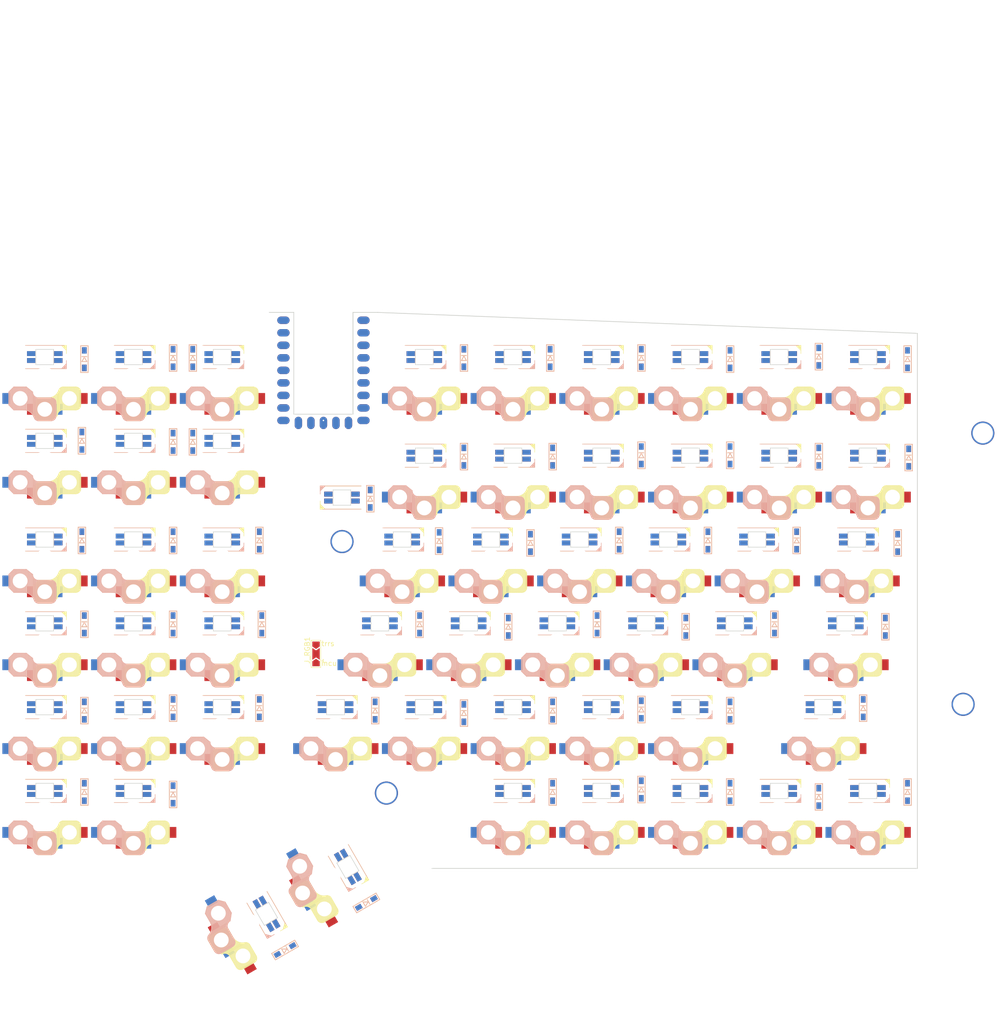
<source format=kicad_pcb>
(kicad_pcb (version 20240108) (generator "pcbnew") (generator_version "8.0")
  (layers (0 "F.Cu" signal) (31 "B.Cu" signal) (34 "B.Paste" user) (35 "F.Paste" user) (36 "B.SilkS" user "B.Silkscreen") (37 "F.SilkS" user "F.Silkscreen") (38 "B.Mask" user) (39 "F.Mask" user) (44 "Edge.Cuts" user))
  (net 0 "")
  (net 1 "Net-(D1-A)")
  (net 2 "Net-(D2-A)")
  (net 3 "Net-(D3-A)")
  (net 4 "Net-(D4-A)")
  (net 5 "Net-(D5-A)")
  (net 6 "Net-(D6-A)")
  (net 7 "Net-(D7-A)")
  (net 8 "Net-(D8-A)")
  (net 9 "Net-(D9-A)")
  (net 10 "Net-(D10-A)")
  (net 11 "Net-(D11-A)")
  (net 12 "Net-(D12-A)")
  (net 13 "Net-(D13-A)")
  (net 14 "Net-(D14-A)")
  (net 15 "Net-(D15-A)")
  (net 16 "Net-(D16-A)")
  (net 17 "Net-(D17-A)")
  (net 18 "Net-(D18-A)")
  (net 19 "Net-(D19-A)")
  (net 20 "Net-(D20-A)")
  (net 21 "Net-(D21-A)")
  (net 22 "Net-(D22-A)")
  (net 23 "Net-(D23-A)")
  (net 24 "Net-(D24-A)")
  (net 25 "Net-(D25-A)")
  (net 26 "Net-(D26-A)")
  (net 27 "Net-(D27-A)")
  (net 28 "LED")
  (net 29 "Net-(D28-A)")
  (net 30 "Net-(D29-A)")
  (net 31 "Net-(D30-A)")
  (net 32 "Net-(SW1B-DOUT)")
  (net 33 "Net-(SW2B-DOUT)")
  (net 34 "ROW0")
  (net 35 "ROW2")
  (net 36 "led_bridge")
  (net 37 "Net-(SW10B-DIN)")
  (net 38 "Net-(D31-A)")
  (net 39 "Net-(SW15B-DIN)")
  (net 40 "Net-(SW16B-DOUT)")
  (net 41 "Net-(SW10B-DOUT)")
  (net 42 "Net-(D32-A)")
  (net 43 "Net-(SW15B-DOUT)")
  (net 44 "Net-(D33-A)")
  (net 45 "Net-(D34-A)")
  (net 46 "Net-(SW22B-DOUT)")
  (net 47 "COL4")
  (net 48 "ROW1")
  (net 49 "ROW3")
  (net 50 "COL5")
  (net 51 "ROW4")
  (net 52 "COL2")
  (net 53 "COL3")
  (net 54 "COL0")
  (net 55 "COL6")
  (net 56 "COL1")
  (net 57 "Net-(SW36B-DIN)")
  (net 58 "LED_start")
  (net 59 "ROW6")
  (net 60 "LED_slave")
  (net 61 "COL7")
  (net 62 "COL8")
  (net 63 "Net-(D35-A)")
  (net 64 "Net-(D36-A)")
  (net 65 "Net-(D37-A)")
  (net 66 "Net-(D40-A)")
  (net 67 "Net-(D41-A)")
  (net 68 "Net-(D42-A)")
  (net 69 "Net-(D43-A)")
  (net 70 "Net-(SW1B-DIN)")
  (net 71 "Net-(SW22B-DIN)")
  (net 72 "Net-(SW36B-DOUT)")
  (net 73 "Net-(SW2B-DIN)")
  (net 74 "Net-(SW11B-DOUT)")
  (net 75 "Net-(SW13B-DOUT)")
  (net 76 "Net-(SW12B-DOUT)")
  (net 77 "Net-(SW14B-DOUT)")
  (net 78 "Net-(SW16B-DIN)")
  (net 79 "Net-(SW18B-DIN)")
  (net 80 "Net-(SW20B-DIN)")
  (net 81 "Net-(SW24B-DOUT)")
  (net 82 "Net-(SW26B-DOUT)")
  (net 83 "Net-(SW28B-DOUT)")
  (net 84 "ROW5")
  (net 85 "Net-(D38-A)")
  (net 86 "Net-(D39-A)")
  (net 87 "Net-(D44-A)")
  (net 88 "Net-(D45-A)")
  (net 89 "Net-(D46-A)")
  (net 90 "Net-(D47-A)")
  (net 91 "Net-(D49-A)")
  (net 92 "Net-(D50-A)")
  (net 93 "Net-(D51-A)")
  (net 94 "Net-(D52-A)")
  (net 95 "Net-(D53-A)")
  (net 96 "Net-(D54-A)")
  (net 97 "Net-(SW3B-DIN)")
  (net 98 "Net-(SW4B-DIN)")
  (net 99 "Net-(SW5B-DIN)")
  (net 100 "Net-(SW6B-DIN)")
  (net 101 "Net-(SW54B-DOUT)")
  (net 102 "Net-(SW17B-DIN)")
  (net 103 "Net-(SW19B-DIN)")
  (net 104 "Net-(SW23B-DOUT)")
  (net 105 "Net-(SW25B-DOUT)")
  (net 106 "Net-(SW27B-DOUT)")
  (net 107 "Net-(SW29B-DIN)")
  (net 108 "Net-(SW30B-DIN)")
  (net 109 "Net-(SW31B-DIN)")
  (net 110 "Net-(SW32B-DIN)")
  (net 111 "Net-(SW33B-DIN)")
  (net 112 "Net-(SW35B-DOUT)")
  (net 113 "Net-(SW37B-DOUT)")
  (net 114 "Net-(SW38B-DOUT)")
  (net 115 "Net-(SW38B-DIN)")
  (net 116 "Net-(SW39B-DOUT)")
  (net 117 "Net-(SW41B-DOUT)")
  (net 118 "Net-(SW43B-DOUT)")
  (net 119 "Net-(SW44B-DIN)")
  (net 120 "Net-(SW46B-DOUT)")
  (net 121 "Net-(SW49B-DOUT)")
  (net 122 "Net-(SW50B-DOUT)")
  (net 123 "Net-(SW51B-DOUT)")
  (net 124 "Net-(SW52B-DOUT)")
  (net 125 "Net-(SW53B-DOUT)")
  (net 126 "GND")
  (net 127 "Net-(D48-K)")
  (net 128 "VDD")
  (net 129 "Net-(D55-DOUT)")
  (net 130 "RX")
  (net 133 "TX")
  (net 134 "Net-(D56-A)")
  (footprint "SofleChoc:crkbd-diode" (layer "F.Cu") (at 78.83912 44.60264 -90)
    (property "Reference" "D1" (hide yes))
    (property "Value" "D" (hide yes))
  )
  (footprint "SofleChoc:crkbd-diode" (layer "F.Cu") (at 133.83912 47.60264 -90)
    (property "Reference" "D2" (hide yes))
    (property "Value" "D" (hide yes))
  )
  (footprint "SofleChoc:crkbd-diode" (layer "F.Cu") (at 151.83912 47.60264 -90)
    (property "Reference" "D3" (hide yes))
    (property "Value" "D" (hide yes))
  )
  (footprint "SofleChoc:crkbd-diode" (layer "F.Cu") (at 169.83912 47.32764 -90)
    (property "Reference" "D4" (hide yes))
    (property "Value" "D" (hide yes))
  )
  (footprint "SofleChoc:crkbd-diode" (layer "F.Cu") (at 187.83912 47.32764 -90)
    (property "Reference" "D5" (hide yes))
    (property "Value" "D" (hide yes))
  )
  (footprint "SofleChoc:crkbd-diode" (layer "F.Cu") (at 205.83912 47.60264 -90)
    (property "Reference" "D6" (hide yes))
    (property "Value" "D" (hide yes))
  )
  (footprint "SofleChoc:crkbd-diode" (layer "F.Cu") (at 92.83912 81.60264 -90)
    (property "Reference" "D15" (hide yes))
    (property "Value" "D" (hide yes))
  )
  (footprint "SofleChoc:crkbd-diode" (layer "F.Cu") (at 97.55412 147.65764 -150)
    (property "Reference" "D22" (hide yes))
    (property "Value" "D" (hide yes))
  )
  (footprint "SofleChoc:crkbd-diode" (layer "F.Cu") (at 114.04412 138.11764 -150)
    (property "Reference" "D29" (hide yes))
    (property "Value" "D" (hide yes))
  )
  (footprint "SofleChoc:crkbd-diode" (layer "F.Cu") (at 151.83912 115.60264 -90)
    (property "Reference" "D30" (hide yes))
    (property "Value" "D" (hide yes))
  )
  (footprint "SofleChoc:Choc_Hotswap_SK6812MiniE" (layer "F.Cu") (at 84.7991 49.1026 180)
    (property "Reference" "SW1" (hide yes))
    (property "Value" "SW_PUSH_LED" (hide yes))
    (fp_line (start 1.8 6.249) (end 1.8 3.149) (stroke (width 0.12)) (layer "Edge.Cuts"))
    (fp_line (start 1.8 3.149) (end -1.8 3.149) (stroke (width 0.12)) (layer "Edge.Cuts"))
    (fp_line (start -1.8 6.249) (end 1.8 6.249) (stroke (width 0.12)) (layer "Edge.Cuts"))
    (fp_line (start -1.8 3.149) (end -1.8 6.249) (stroke (width 0.12)) (layer "Edge.Cuts"))
  )
  (footprint "SofleChoc:Choc_Hotswap_SK6812MiniE" (layer "F.Cu") (at 161.7991 52.1026 180)
    (property "Reference" "SW4" (hide yes))
    (property "Value" "SW_PUSH_LED" (hide yes))
    (fp_line (start 1.8 6.249) (end 1.8 3.149) (stroke (width 0.12)) (layer "Edge.Cuts"))
    (fp_line (start 1.8 3.149) (end -1.8 3.149) (stroke (width 0.12)) (layer "Edge.Cuts"))
    (fp_line (start -1.8 6.249) (end 1.8 6.249) (stroke (width 0.12)) (layer "Edge.Cuts"))
    (fp_line (start -1.8 3.149) (end -1.8 6.249) (stroke (width 0.12)) (layer "Edge.Cuts"))
  )
  (footprint "SofleChoc:Choc_Hotswap_SK6812MiniE" (layer "F.Cu") (at 84.7991 86.1026 180)
    (property "Reference" "SW15" (hide yes))
    (property "Value" "SW_PUSH_LED" (hide yes))
    (fp_line (start 1.8 6.249) (end 1.8 3.149) (stroke (width 0.12)) (layer "Edge.Cuts"))
    (fp_line (start 1.8 3.149) (end -1.8 3.149) (stroke (width 0.12)) (layer "Edge.Cuts"))
    (fp_line (start -1.8 6.249) (end 1.8 6.249) (stroke (width 0.12)) (layer "Edge.Cuts"))
    (fp_line (start -1.8 3.149) (end -1.8 6.249) (stroke (width 0.12)) (layer "Edge.Cuts"))
  )
  (footprint "SofleChoc:Choc_Hotswap_SK6812MiniE" (layer "F.Cu") (at 121.2991 69.1026 180)
    (property "Reference" "SW9" (hide yes))
    (property "Value" "SW_PUSH_LED" (hide yes))
    (fp_line (start 1.8 6.249) (end 1.8 3.149) (stroke (width 0.12)) (layer "Edge.Cuts"))
    (fp_line (start 1.8 3.149) (end -1.8 3.149) (stroke (width 0.12)) (layer "Edge.Cuts"))
    (fp_line (start -1.8 6.249) (end 1.8 6.249) (stroke (width 0.12)) (layer "Edge.Cuts"))
    (fp_line (start -1.8 3.149) (end -1.8 6.249) (stroke (width 0.12)) (layer "Edge.Cuts"))
  )
  (footprint "SofleChoc:Choc_Hotswap_SK6812MiniE" (layer "F.Cu") (at 106.2237 133.1476 120)
    (property "Reference" "SW29" (hide yes))
    (property "Value" "SW_PUSH_LED" (hide yes))
    (fp_line (start 1.8 3.149) (end -1.8 3.149) (stroke (width 0.12)) (layer "Edge.Cuts"))
    (fp_line (start -1.8 3.149) (end -1.8 6.249) (stroke (width 0.12)) (layer "Edge.Cuts"))
    (fp_line (start 1.8 6.249) (end 1.8 3.149) (stroke (width 0.12)) (layer "Edge.Cuts"))
    (fp_line (start -1.8 6.249) (end 1.8 6.249) (stroke (width 0.12)) (layer "Edge.Cuts"))
  )
  (footprint "SofleChoc:Choc_Hotswap_SK6812MiniE" (layer "F.Cu") (at 143.7991 103.1026 180)
    (property "Reference" "SW25" (hide yes))
    (property "Value" "SW_PUSH_LED" (hide yes))
    (fp_line (start 1.8 6.249) (end 1.8 3.149) (stroke (width 0.12)) (layer "Edge.Cuts"))
    (fp_line (start 1.8 3.149) (end -1.8 3.149) (stroke (width 0.12)) (layer "Edge.Cuts"))
    (fp_line (start -1.8 6.249) (end 1.8 6.249) (stroke (width 0.12)) (layer "Edge.Cuts"))
    (fp_line (start -1.8 3.149) (end -1.8 6.249) (stroke (width 0.12)) (layer "Edge.Cuts"))
  )
  (footprint "SofleChoc:Choc_Hotswap_SK6812MiniE" (layer "F.Cu") (at 179.7991 103.1026 180)
    (property "Reference" "SW27" (hide yes))
    (property "Value" "SW_PUSH_LED" (hide yes))
    (fp_line (start 1.8 6.249) (end 1.8 3.149) (stroke (width 0.12)) (layer "Edge.Cuts"))
    (fp_line (start 1.8 3.149) (end -1.8 3.149) (stroke (width 0.12)) (layer "Edge.Cuts"))
    (fp_line (start -1.8 6.249) (end 1.8 6.249) (stroke (width 0.12)) (layer "Edge.Cuts"))
    (fp_line (start -1.8 3.149) (end -1.8 6.249) (stroke (width 0.12)) (layer "Edge.Cuts"))
  )
  (footprint "SofleChoc:Choc_Hotswap_SK6812MiniE" (layer "F.Cu") (at 161.7991 120.1026 180)
    (property "Reference" "SW31" (hide yes))
    (property "Value" "SW_PUSH_LED" (hide yes))
    (fp_line (start 1.8 6.249) (end 1.8 3.149) (stroke (width 0.12)) (layer "Edge.Cuts"))
    (fp_line (start 1.8 3.149) (end -1.8 3.149) (stroke (width 0.12)) (layer "Edge.Cuts"))
    (fp_line (start -1.8 6.249) (end 1.8 6.249) (stroke (width 0.12)) (layer "Edge.Cuts"))
    (fp_line (start -1.8 3.149) (end -1.8 6.249) (stroke (width 0.12)) (layer "Edge.Cuts"))
  )
  (footprint "SofleChoc:Choc_Hotswap_SK6812MiniE" (layer "F.Cu") (at 193.2991 69.1026 180)
    (property "Reference" "SW13" (hide yes))
    (property "Value" "SW_PUSH_LED" (hide yes))
    (fp_line (start 1.8 6.249) (end 1.8 3.149) (stroke (width 0.12)) (layer "Edge.Cuts"))
    (fp_line (start 1.8 3.149) (end -1.8 3.149) (stroke (width 0.12)) (layer "Edge.Cuts"))
    (fp_line (start -1.8 6.249) (end 1.8 6.249) (stroke (width 0.12)) (layer "Edge.Cuts"))
    (fp_line (start -1.8 3.149) (end -1.8 6.249) (stroke (width 0.12)) (layer "Edge.Cuts"))
  )
  (footprint "SofleChoc:Choc_Hotswap_SK6812MiniE" (layer "F.Cu") (at 211.2991 86.1026 180)
    (property "Reference" "SW21" (hide yes))
    (property "Value" "SW_PUSH_LED" (hide yes))
    (fp_line (start 1.8 6.249) (end 1.8 3.149) (stroke (width 0.12)) (layer "Edge.Cuts"))
    (fp_line (start 1.8 3.149) (end -1.8 3.149) (stroke (width 0.12)) (layer "Edge.Cuts"))
    (fp_line (start -1.8 6.249) (end 1.8 6.249) (stroke (width 0.12)) (layer "Edge.Cuts"))
    (fp_line (start -1.8 3.149) (end -1.8 6.249) (stroke (width 0.12)) (layer "Edge.Cuts"))
  )
  (footprint "SofleChoc:Choc_Hotswap_SK6812MiniE" (layer "F.Cu") (at 206.7991 103.1026 180)
    (property "Reference" "SW28" (hide yes))
    (property "Value" "SW_PUSH_LED" (hide yes))
    (fp_line (start 1.8 6.249) (end 1.8 3.149) (stroke (width 0.12)) (layer "Edge.Cuts"))
    (fp_line (start 1.8 3.149) (end -1.8 3.149) (stroke (width 0.12)) (layer "Edge.Cuts"))
    (fp_line (start -1.8 6.249) (end 1.8 6.249) (stroke (width 0.12)) (layer "Edge.Cuts"))
    (fp_line (start -1.8 3.149) (end -1.8 6.249) (stroke (width 0.12)) (layer "Edge.Cuts"))
  )
  (footprint "SofleChoc:HOLE_M2_TH" (layer "F.Cu") (at 239.33912 43.10264)
    (property "Reference" "TH2" (hide yes))
    (property "Value" "HOLE" (hide yes))
  )
  (footprint "SofleChoc:crkbd-diode" (layer "F.Cu") (at 92.33912 64.60264 -90)
    (property "Reference" "D8" (hide yes))
    (property "Value" "D" (hide yes))
  )
  (footprint "SofleChoc:crkbd-diode" (layer "F.Cu") (at 128.80912 64.73264 -90)
    (property "Reference" "D9" (hide yes))
    (property "Value" "D" (hide yes))
  )
  (footprint "SofleChoc:crkbd-diode" (layer "F.Cu") (at 147.33912 65.10264 -90)
    (property "Reference" "D10" (hide yes))
    (property "Value" "D" (hide yes))
  )
  (footprint "SofleChoc:crkbd-diode" (layer "F.Cu") (at 165.33912 64.60264 -90)
    (property "Reference" "D11" (hide yes))
    (property "Value" "D" (hide yes))
  )
  (footprint "SofleChoc:crkbd-diode" (layer "F.Cu") (at 183.33912 64.60264 -90)
    (property "Reference" "D12" (hide yes))
    (property "Value" "D" (hide yes))
  )
  (footprint "SofleChoc:crkbd-diode" (layer "F.Cu") (at 201.33912 64.60264 -90)
    (property "Reference" "D13" (hide yes))
    (property "Value" "D" (hide yes))
  )
  (footprint "SofleChoc:Choc_Hotswap_SK6812MiniE" (layer "F.Cu") (at 179.7991 52.1026 180)
    (property "Reference" "SW5" (hide yes))
    (property "Value" "SW_PUSH_LED" (hide yes))
    (fp_line (start 1.8 6.249) (end 1.8 3.149) (stroke (width 0.12)) (layer "Edge.Cuts"))
    (fp_line (start 1.8 3.149) (end -1.8 3.149) (stroke (width 0.12)) (layer "Edge.Cuts"))
    (fp_line (start -1.8 6.249) (end 1.8 6.249) (stroke (width 0.12)) (layer "Edge.Cuts"))
    (fp_line (start -1.8 3.149) (end -1.8 6.249) (stroke (width 0.12)) (layer "Edge.Cuts"))
  )
  (footprint "SofleChoc:Choc_Hotswap_SK6812MiniE" (layer "F.Cu") (at 157.2991 69.1026 180)
    (property "Reference" "SW11" (hide yes))
    (property "Value" "SW_PUSH_LED" (hide yes))
    (fp_line (start 1.8 6.249) (end 1.8 3.149) (stroke (width 0.12)) (layer "Edge.Cuts"))
    (fp_line (start 1.8 3.149) (end -1.8 3.149) (stroke (width 0.12)) (layer "Edge.Cuts"))
    (fp_line (start -1.8 6.249) (end 1.8 6.249) (stroke (width 0.12)) (layer "Edge.Cuts"))
    (fp_line (start -1.8 3.149) (end -1.8 6.249) (stroke (width 0.12)) (layer "Edge.Cuts"))
  )
  (footprint "SofleChoc:Choc_Hotswap_SK6812MiniE" (layer "F.Cu") (at 139.2991 69.1026 180)
    (property "Reference" "SW10" (hide yes))
    (property "Value" "SW_PUSH_LED" (hide yes))
    (fp_line (start 1.8 6.249) (end 1.8 3.149) (stroke (width 0.12)) (layer "Edge.Cuts"))
    (fp_line (start 1.8 3.149) (end -1.8 3.149) (stroke (width 0.12)) (layer "Edge.Cuts"))
    (fp_line (start -1.8 6.249) (end 1.8 6.249) (stroke (width 0.12)) (layer "Edge.Cuts"))
    (fp_line (start -1.8 3.149) (end -1.8 6.249) (stroke (width 0.12)) (layer "Edge.Cuts"))
  )
  (footprint "SofleChoc:Choc_Hotswap_SK6812MiniE" (layer "F.Cu") (at 170.7991 86.1026 180)
    (property "Reference" "SW19" (hide yes))
    (property "Value" "SW_PUSH_LED" (hide yes))
    (fp_line (start 1.8 6.249) (end 1.8 3.149) (stroke (width 0.12)) (layer "Edge.Cuts"))
    (fp_line (start 1.8 3.149) (end -1.8 3.149) (stroke (width 0.12)) (layer "Edge.Cuts"))
    (fp_line (start -1.8 6.249) (end 1.8 6.249) (stroke (width 0.12)) (layer "Edge.Cuts"))
    (fp_line (start -1.8 3.149) (end -1.8 6.249) (stroke (width 0.12)) (layer "Edge.Cuts"))
  )
  (footprint "SofleChoc:Choc_Hotswap_SK6812MiniE" (layer "F.Cu") (at 197.7991 52.1026 180)
    (property "Reference" "SW6" (hide yes))
    (property "Value" "SW_PUSH_LED" (hide yes))
    (fp_line (start 1.8 6.249) (end 1.8 3.149) (stroke (width 0.12)) (layer "Edge.Cuts"))
    (fp_line (start 1.8 3.149) (end -1.8 3.149) (stroke (width 0.12)) (layer "Edge.Cuts"))
    (fp_line (start -1.8 6.249) (end 1.8 6.249) (stroke (width 0.12)) (layer "Edge.Cuts"))
    (fp_line (start -1.8 3.149) (end -1.8 6.249) (stroke (width 0.12)) (layer "Edge.Cuts"))
  )
  (footprint "SofleChoc:Choc_Hotswap_SK6812MiniE" (layer "F.Cu") (at 84.7991 69.1026 180)
    (property "Reference" "SW8" (hide yes))
    (property "Value" "SW_PUSH_LED" (hide yes))
    (fp_line (start 1.8 6.249) (end 1.8 3.149) (stroke (width 0.12)) (layer "Edge.Cuts"))
    (fp_line (start 1.8 3.149) (end -1.8 3.149) (stroke (width 0.12)) (layer "Edge.Cuts"))
    (fp_line (start -1.8 6.249) (end 1.8 6.249) (stroke (width 0.12)) (layer "Edge.Cuts"))
    (fp_line (start -1.8 3.149) (end -1.8 6.249) (stroke (width 0.12)) (layer "Edge.Cuts"))
  )
  (footprint "SofleChoc:Choc_Hotswap_SK6812MiniE" (layer "F.Cu") (at 215.7991 120.1026 180)
    (property "Reference" "SW34" (hide yes))
    (property "Value" "SW_PUSH_LED" (hide yes))
    (fp_line (start 1.8 6.249) (end 1.8 3.149) (stroke (width 0.12)) (layer "Edge.Cuts"))
    (fp_line (start 1.8 3.149) (end -1.8 3.149) (stroke (width 0.12)) (layer "Edge.Cuts"))
    (fp_line (start -1.8 6.249) (end 1.8 6.249) (stroke (width 0.12)) (layer "Edge.Cuts"))
    (fp_line (start -1.8 3.149) (end -1.8 6.249) (stroke (width 0.12)) (layer "Edge.Cuts"))
  )
  (footprint "SofleChoc:Choc_Hotswap_SK6812MiniE" (layer "F.Cu") (at 175.2991 69.1026 180)
    (property "Reference" "SW12" (hide yes))
    (property "Value" "SW_PUSH_LED" (hide yes))
    (fp_line (start 1.8 6.249) (end 1.8 3.149) (stroke (width 0.12)) (layer "Edge.Cuts"))
    (fp_line (start 1.8 3.149) (end -1.8 3.149) (stroke (width 0.12)) (layer "Edge.Cuts"))
    (fp_line (start -1.8 6.249) (end 1.8 6.249) (stroke (width 0.12)) (layer "Edge.Cuts"))
    (fp_line (start -1.8 3.149) (end -1.8 6.249) (stroke (width 0.12)) (layer "Edge.Cuts"))
  )
  (footprint "SofleChoc:Choc_Hotswap_SK6812MiniE" (layer "F.Cu") (at 161.7991 103.1026 180)
    (property "Reference" "SW26" (hide yes))
    (property "Value" "SW_PUSH_LED" (hide yes))
    (fp_line (start 1.8 6.249) (end 1.8 3.149) (stroke (width 0.12)) (layer "Edge.Cuts"))
    (fp_line (start 1.8 3.149) (end -1.8 3.149) (stroke (width 0.12)) (layer "Edge.Cuts"))
    (fp_line (start -1.8 6.249) (end 1.8 6.249) (stroke (width 0.12)) (layer "Edge.Cuts"))
    (fp_line (start -1.8 3.149) (end -1.8 6.249) (stroke (width 0.12)) (layer "Edge.Cuts"))
  )
  (footprint "SofleChoc:Choc_Hotswap_SK6812MiniE" (layer "F.Cu") (at 197.7991 120.1026 180)
    (property "Reference" "SW33" (hide yes))
    (property "Value" "SW_PUSH_LED" (hide yes))
    (fp_line (start 1.8 6.249) (end 1.8 3.149) (stroke (width 0.12)) (layer "Edge.Cuts"))
    (fp_line (start 1.8 3.149) (end -1.8 3.149) (stroke (width 0.12)) (layer "Edge.Cuts"))
    (fp_line (start -1.8 6.249) (end 1.8 6.249) (stroke (width 0.12)) (layer "Edge.Cuts"))
    (fp_line (start -1.8 3.149) (end -1.8 6.249) (stroke (width 0.12)) (layer "Edge.Cuts"))
  )
  (footprint "SofleChoc:Choc_Hotswap_SK6812MiniE" (layer "F.Cu") (at 152.7991 86.1026 180)
    (property "Reference" "SW18" (hide yes))
    (property "Value" "SW_PUSH_LED" (hide yes))
    (fp_line (start 1.8 6.249) (end 1.8 3.149) (stroke (width 0.12)) (layer "Edge.Cuts"))
    (fp_line (start 1.8 3.149) (end -1.8 3.149) (stroke (width 0.12)) (layer "Edge.Cuts"))
    (fp_line (start -1.8 6.249) (end 1.8 6.249) (stroke (width 0.12)) (layer "Edge.Cuts"))
    (fp_line (start -1.8 3.149) (end -1.8 6.249) (stroke (width 0.12)) (layer "Edge.Cuts"))
  )
  (footprint "SofleChoc:Choc_Hotswap_SK6812MiniE" (layer "F.Cu") (at 143.7991 52.1026 180)
    (property "Reference" "SW3" (hide yes))
    (property "Value" "SW_PUSH_LED" (hide yes))
    (fp_line (start 1.8 6.249) (end 1.8 3.149) (stroke (width 0.12)) (layer "Edge.Cuts"))
    (fp_line (start 1.8 3.149) (end -1.8 3.149) (stroke (width 0.12)) (layer "Edge.Cuts"))
    (fp_line (start -1.8 6.249) (end 1.8 6.249) (stroke (width 0.12)) (layer "Edge.Cuts"))
    (fp_line (start -1.8 3.149) (end -1.8 6.249) (stroke (width 0.12)) (layer "Edge.Cuts"))
  )
  (footprint "SofleChoc:crkbd-diode" (layer "F.Cu") (at 169.83912 115.10264 -90)
    (property "Reference" "D31" (hide yes))
    (property "Value" "D" (hide yes))
  )
  (footprint "SofleChoc:Choc_Hotswap_SK6812MiniE" (layer "F.Cu") (at 116.7991 86.1026 180)
    (property "Reference" "SW16" (hide yes))
    (property "Value" "SW_PUSH_LED" (hide yes))
    (fp_line (start 1.8 6.249) (end 1.8 3.149) (stroke (width 0.12)) (layer "Edge.Cuts"))
    (fp_line (start 1.8 3.149) (end -1.8 3.149) (stroke (width 0.12)) (layer "Edge.Cuts"))
    (fp_line (start -1.8 6.249) (end 1.8 6.249) (stroke (width 0.12)) (layer "Edge.Cuts"))
    (fp_line (start -1.8 3.149) (end -1.8 6.249) (stroke (width 0.12)) (layer "Edge.Cuts"))
  )
  (footprint "SofleChoc:HOLE_M2_TH" (layer "F.Cu") (at 235.33912 98.10264)
    (property "Reference" "TH4" (hide yes))
    (property "Value" "HOLE" (hide yes))
  )
  (footprint "SofleChoc:crkbd-diode" (layer "F.Cu") (at 142.83912 82.10264 -90)
    (property "Reference" "D17" (hide yes))
    (property "Value" "D" (hide yes))
  )
  (footprint "SofleChoc:crkbd-diode" (layer "F.Cu") (at 160.83912 81.60264 -90)
    (property "Reference" "D18" (hide yes))
    (property "Value" "D" (hide yes))
  )
  (footprint "SofleChoc:crkbd-diode" (layer "F.Cu") (at 178.83912 82.10264 -90)
    (property "Reference" "D19" (hide yes))
    (property "Value" "D" (hide yes))
  )
  (footprint "SofleChoc:crkbd-diode" (layer "F.Cu") (at 196.83912 81.60264 -90)
    (property "Reference" "D20" (hide yes))
    (property "Value" "D" (hide yes))
  )
  (footprint "SofleChoc:crkbd-diode" (layer "F.Cu") (at 187.83912 115.60264 -90)
    (property "Reference" "D32" (hide yes))
    (property "Value" "D" (hide yes))
  )
  (footprint "SofleChoc:crkbd-diode" (layer "F.Cu") (at 205.83912 116.60264 -90)
    (property "Reference" "D33" (hide yes))
    (property "Value" "D" (hide yes))
  )
  (footprint "SofleChoc:crkbd-diode" (layer "F.Cu") (at 187.83912 99.10264 -90)
    (property "Reference" "D27" (hide yes))
    (property "Value" "D" (hide yes))
  )
  (footprint "SofleChoc:crkbd-diode" (layer "F.Cu") (at 115.83912 99.10264 -90)
    (property "Reference" "D23" (hide yes))
    (property "Value" "D" (hide yes))
  )
  (footprint "SofleChoc:crkbd-diode" (layer "F.Cu") (at 133.83912 99.60264 -90)
    (property "Reference" "D24" (hide yes))
    (property "Value" "D" (hide yes))
  )
  (footprint "SofleChoc:crkbd-diode" (layer "F.Cu") (at 151.83912 99.10264 -90)
    (property "Reference" "D25" (hide yes))
    (property "Value" "D" (hide yes))
  )
  (footprint "SofleChoc:crkbd-diode" (layer "F.Cu") (at 169.83912 98.87764 -90)
    (property "Reference" "D26" (hide yes))
    (property "Value" "D" (hide yes))
  )
  (footprint "SofleChoc:crkbd-diode" (layer "F.Cu") (at 124.83912 81.60264 -90)
    (property "Reference" "D16" (hide yes))
    (property "Value" "D" (hide yes))
  )
  (footprint "SofleChoc:crkbd-diode" (layer "F.Cu") (at 223.83912 115.60264 -90)
    (property "Reference" "D34" (hide yes))
    (property "Value" "D" (hide yes))
  )
  (footprint "SofleChoc:Choc_Hotswap_SK6812MiniE" (layer "F.Cu") (at 107.7991 103.1026 180)
    (property "Reference" "SW23" (hide yes))
    (property "Value" "SW_PUSH_LED" (hide yes))
    (fp_line (start 1.8 6.249) (end 1.8 3.149) (stroke (width 0.12)) (layer "Edge.Cuts"))
    (fp_line (start 1.8 3.149) (end -1.8 3.149) (stroke (width 0.12)) (layer "Edge.Cuts"))
    (fp_line (start -1.8 6.249) (end 1.8 6.249) (stroke (width 0.12)) (layer "Edge.Cuts"))
    (fp_line (start -1.8 3.149) (end -1.8 6.249) (stroke (width 0.12)) (layer "Edge.Cuts"))
  )
  (footprint "SofleChoc:HOLE_M2_TH" (layer "F.Cu") (at 109.33912 65.10264)
    (property "Reference" "TH1" (hide yes))
    (property "Value" "HOLE" (hide yes))
  )
  (footprint "SofleChoc:HOLE_M2_TH" (layer "F.Cu") (at 118.33912 116.10264)
    (property "Reference" "TH3" (hide yes))
    (property "Value" "HOLE" (hide yes))
  )
  (footprint "SofleChoc:crkbd-diode" (layer "F.Cu") (at 223.83912 27.82764 -90)
    (property "Reference" "D54" (hide yes))
    (property "Value" "D" (hide yes))
  )
  (footprint "SofleChoc:Choc_Hotswap_SK6812MiniE" (layer "F.Cu") (at 66.7991 86.1026 180)
    (property "Reference" "SW37" (hide yes))
    (property "Value" "SW_PUSH_LED" (hide yes))
    (fp_line (start 1.8 6.249) (end 1.8 3.149) (stroke (width 0.12)) (layer "Edge.Cuts"))
    (fp_line (start 1.8 3.149) (end -1.8 3.149) (stroke (width 0.12)) (layer "Edge.Cuts"))
    (fp_line (start -1.8 6.249) (end 1.8 6.249) (stroke (width 0.12)) (layer "Edge.Cuts"))
    (fp_line (start -1.8 3.149) (end -1.8 6.249) (stroke (width 0.12)) (layer "Edge.Cuts"))
  )
  (footprint "Jumper:SolderJumper-3_P2.0mm_Open_TrianglePad1.0x1.5mm" (layer "F.Cu") (at 103.83912 87.60264 90)
    (property "Reference" "J_RGB1")
    (property "Value" "RGB jumper")
  )
  (footprint "SofleChoc:Choc_Hotswap_SK6812MiniE" (layer "F.Cu") (at 213.5491 69.1026 180)
    (property "Reference" "SW14" (hide yes))
    (property "Value" "SW_PUSH_LED" (hide yes))
    (fp_line (start 1.8 6.249) (end 1.8 3.149) (stroke (width 0.12)) (layer "Edge.Cuts"))
    (fp_line (start 1.8 3.149) (end -1.8 3.149) (stroke (width 0.12)) (layer "Edge.Cuts"))
    (fp_line (start -1.8 6.249) (end 1.8 6.249) (stroke (width 0.12)) (layer "Edge.Cuts"))
    (fp_line (start -1.8 3.149) (end -1.8 6.249) (stroke (width 0.12)) (layer "Edge.Cuts"))
  )
  (footprint "SofleChoc:crkbd-diode" (layer "F.Cu") (at 187.83912 27.82764 -90)
    (property "Reference" "D52" (hide yes))
    (property "Value" "D" (hide yes))
  )
  (footprint "SofleChoc:Choc_Hotswap_SK6812MiniE" (layer "F.Cu") (at 125.7991 32.1026 180)
    (property "Reference" "SW49" (hide yes))
    (property "Value" "SW_PUSH_LED" (hide yes))
    (fp_line (start 1.8 6.249) (end 1.8 3.149) (stroke (width 0.12)) (layer "Edge.Cuts"))
    (fp_line (start 1.8 3.149) (end -1.8 3.149) (stroke (width 0.12)) (layer "Edge.Cuts"))
    (fp_line (start -1.8 6.249) (end 1.8 6.249) (stroke (width 0.12)) (layer "Edge.Cuts"))
    (fp_line (start -1.8 3.149) (end -1.8 6.249) (stroke (width 0.12)) (layer "Edge.Cuts"))
  )
  (footprint "SofleChoc:Choc_Hotswap_SK6812MiniE" (layer "F.Cu") (at 48.7991 120.1026 180)
    (property "Reference" "SW45" (hide yes))
    (property "Value" "SW_PUSH_LED" (hide yes))
    (fp_line (start 1.8 6.249) (end 1.8 3.149) (stroke (width 0.12)) (layer "Edge.Cuts"))
    (fp_line (start 1.8 3.149) (end -1.8 3.149) (stroke (width 0.12)) (layer "Edge.Cuts"))
    (fp_line (start -1.8 6.249) (end 1.8 6.249) (stroke (width 0.12)) (layer "Edge.Cuts"))
    (fp_line (start -1.8 3.149) (end -1.8 6.249) (stroke (width 0.12)) (layer "Edge.Cuts"))
  )
  (footprint "SofleChoc:Choc_Hotswap_SK6812MiniE" (layer "F.Cu") (at 66.7991 69.1026 180)
    (property "Reference" "SW36" (hide yes))
    (property "Value" "SW_PUSH_LED" (hide yes))
    (fp_line (start 1.8 6.249) (end 1.8 3.149) (stroke (width 0.12)) (layer "Edge.Cuts"))
    (fp_line (start 1.8 3.149) (end -1.8 3.149) (stroke (width 0.12)) (layer "Edge.Cuts"))
    (fp_line (start -1.8 6.249) (end 1.8 6.249) (stroke (width 0.12)) (layer "Edge.Cuts"))
    (fp_line (start -1.8 3.149) (end -1.8 6.249) (stroke (width 0.12)) (layer "Edge.Cuts"))
  )
  (footprint "SofleChoc:crkbd-diode" (layer "F.Cu") (at 56.83912 99.10264 -90)
    (property "Reference" "D44" (hide yes))
    (property "Value" "D" (hide yes))
  )
  (footprint "SofleChoc:crkbd-diode" (layer "F.Cu") (at 133.83912 27.60264 -90)
    (property "Reference" "D49" (hide yes))
    (property "Value" "D" (hide yes))
  )
  (footprint "SofleChoc:Choc_Hotswap_SK6812MiniE" (layer "F.Cu") (at 84.7991 103.1026 180)
    (property "Reference" "SW42" (hide yes))
    (property "Value" "SW_PUSH_LED" (hide yes))
    (fp_line (start 1.8 6.249) (end 1.8 3.149) (stroke (width 0.12)) (layer "Edge.Cuts"))
    (fp_line (start 1.8 3.149) (end -1.8 3.149) (stroke (width 0.12)) (layer "Edge.Cuts"))
    (fp_line (start -1.8 6.249) (end 1.8 6.249) (stroke (width 0.12)) (layer "Edge.Cuts"))
    (fp_line (start -1.8 3.149) (end -1.8 6.249) (stroke (width 0.12)) (layer "Edge.Cuts"))
  )
  (footprint "SofleChoc:crkbd-diode" (layer "F.Cu") (at 74.83912 116.10264 -90)
    (property "Reference" "D39" (hide yes))
    (property "Value" "D" (hide yes))
  )
  (footprint "SofleChoc:crkbd-diode" (layer "F.Cu") (at 114.83912 56.13441 -90)
    (property "Reference" "D48" (hide yes))
    (property "Value" "D" (hide yes))
  )
  (footprint "SofleChoc:SK6812MiniE" (layer "F.Cu") (at 109.08912 51.20364)
    (property "Reference" "D55" (hide yes))
    (property "Value" "SK6812MINI" (hide yes))
    (fp_line (start -1.8 3.149) (end -1.8 6.249) (stroke (width 0.12)) (layer "Edge.Cuts"))
    (fp_line (start -1.8 6.249) (end 1.8 6.249) (stroke (width 0.12)) (layer "Edge.Cuts"))
    (fp_line (start 1.8 3.149) (end -1.8 3.149) (stroke (width 0.12)) (layer "Edge.Cuts"))
    (fp_line (start 1.8 6.249) (end 1.8 3.149) (stroke (width 0.12)) (layer "Edge.Cuts"))
  )
  (footprint "SofleChoc:crkbd-diode" (layer "F.Cu") (at 56.83912 115.60264 -90)
    (property "Reference" "D45" (hide yes))
    (property "Value" "D" (hide yes))
  )
  (footprint "SofleChoc:Choc_Hotswap_SK6812MiniE" (layer "F.Cu") (at 84.7991 32.1026 180)
    (property "Reference" "SW48" (hide yes))
    (property "Value" "SW_PUSH_LED" (hide yes))
    (fp_line (start 1.8 6.249) (end 1.8 3.149) (stroke (width 0.12)) (layer "Edge.Cuts"))
    (fp_line (start 1.8 3.149) (end -1.8 3.149) (stroke (width 0.12)) (layer "Edge.Cuts"))
    (fp_line (start -1.8 6.249) (end 1.8 6.249) (stroke (width 0.12)) (layer "Edge.Cuts"))
    (fp_line (start -1.8 3.149) (end -1.8 6.249) (stroke (width 0.12)) (layer "Edge.Cuts"))
  )
  (footprint "SofleChoc:crkbd-diode" (layer "F.Cu") (at 92.33912 98.60264 -90)
    (property "Reference" "D38" (hide yes))
    (property "Value" "D" (hide yes))
  )
  (footprint "SofleChoc:Choc_Hotswap_SK6812MiniE" (layer "F.Cu") (at 188.7991 86.1026 180)
    (property "Reference" "SW20" (hide yes))
    (property "Value" "SW_PUSH_LED" (hide yes))
    (fp_line (start 1.8 6.249) (end 1.8 3.149) (stroke (width 0.12)) (layer "Edge.Cuts"))
    (fp_line (start 1.8 3.149) (end -1.8 3.149) (stroke (width 0.12)) (layer "Edge.Cuts"))
    (fp_line (start -1.8 6.249) (end 1.8 6.249) (stroke (width 0.12)) (layer "Edge.Cuts"))
    (fp_line (start -1.8 3.149) (end -1.8 6.249) (stroke (width 0.12)) (layer "Edge.Cuts"))
  )
  (footprint "SofleChoc:crkbd-diode" (layer "F.Cu") (at 219.33912 82.10264 -90)
    (property "Reference" "D21" (hide yes))
    (property "Value" "D" (hide yes))
  )
  (footprint "SofleChoc:crkbd-diode" (layer "F.Cu") (at 56.83912 81.60264 -90)
    (property "Reference" "D37" (hide yes))
    (property "Value" "D" (hide yes))
  )
  (footprint "SofleChoc:Choc_Hotswap_SK6812MiniE" (layer "F.Cu") (at 134.7991 86.1026 180)
    (property "Reference" "SW17" (hide yes))
    (property "Value" "SW_PUSH_LED" (hide yes))
    (fp_line (start 1.8 6.249) (end 1.8 3.149) (stroke (width 0.12)) (layer "Edge.Cuts"))
    (fp_line (start 1.8 3.149) (end -1.8 3.149) (stroke (width 0.12)) (layer "Edge.Cuts"))
    (fp_line (start -1.8 6.249) (end 1.8 6.249) (stroke (width 0.12)) (layer "Edge.Cuts"))
    (fp_line (start -1.8 3.149) (end -1.8 6.249) (stroke (width 0.12)) (layer "Edge.Cuts"))
  )
  (footprint "SofleChoc:Choc_Hotswap_SK6812MiniE" (layer "F.Cu") (at 48.7991 32.1026 180)
    (property "Reference" "SW46" (hide yes))
    (property "Value" "SW_PUSH_LED" (hide yes))
    (fp_line (start 1.8 6.249) (end 1.8 3.149) (stroke (width 0.12)) (layer "Edge.Cuts"))
    (fp_line (start 1.8 3.149) (end -1.8 3.149) (stroke (width 0.12)) (layer "Edge.Cuts"))
    (fp_line (start -1.8 6.249) (end 1.8 6.249) (stroke (width 0.12)) (layer "Edge.Cuts"))
    (fp_line (start -1.8 3.149) (end -1.8 6.249) (stroke (width 0.12)) (layer "Edge.Cuts"))
  )
  (footprint "SofleChoc:crkbd-diode" (layer "F.Cu") (at 74.83912 81.60264 -90)
    (property "Reference" "D42" (hide yes))
    (property "Value" "D" (hide yes))
  )
  (footprint "SofleChoc:Choc_Hotswap_SK6812MiniE" (layer "F.Cu") (at 48.7991 49.1026 180)
    (property "Reference" "SW41" (hide yes))
    (property "Value" "SW_PUSH_LED" (hide yes))
    (fp_line (start 1.8 6.249) (end 1.8 3.149) (stroke (width 0.12)) (layer "Edge.Cuts"))
    (fp_line (start 1.8 3.149) (end -1.8 3.149) (stroke (width 0.12)) (layer "Edge.Cuts"))
    (fp_line (start -1.8 6.249) (end 1.8 6.249) (stroke (width 0.12)) (layer "Edge.Cuts"))
    (fp_line (start -1.8 3.149) (end -1.8 6.249) (stroke (width 0.12)) (layer "Edge.Cuts"))
  )
  (footprint "SofleChoc:crkbd-diode" (layer "F.Cu") (at 56.33912 64.60264 -90)
    (property "Reference" "D36" (hide yes))
    (property "Value" "D" (hide yes))
  )
  (footprint "SofleChoc:Choc_Hotswap_SK6812MiniE" (layer "F.Cu") (at 215.7991 52.1026 180)
    (property "Reference" "SW7" (hide yes))
    (property "Value" "SW_PUSH_LED" (hide yes))
    (fp_line (start 1.8 6.249) (end 1.8 3.149) (stroke (width 0.12)) (layer "Edge.Cuts"))
    (fp_line (start 1.8 3.149) (end -1.8 3.149) (stroke (width 0.12)) (layer "Edge.Cuts"))
    (fp_line (start -1.8 6.249) (end 1.8 6.249) (stroke (width 0.12)) (layer "Edge.Cuts"))
    (fp_line (start -1.8 3.149) (end -1.8 6.249) (stroke (width 0.12)) (layer "Edge.Cuts"))
  )
  (footprint "SofleChoc:crkbd-diode" (layer "F.Cu") (at 214.83912 98.60264 -90)
    (property "Reference" "D28" (hide yes))
    (property "Value" "D" (hide yes))
  )
  (footprint "SofleChoc:Choc_Hotswap_SK6812MiniE" (layer "F.Cu") (at 66.7991 103.1026 180)
    (property "Reference" "SW38" (hide yes))
    (property "Value" "SW_PUSH_LED" (hide yes))
    (fp_line (start 1.8 6.249) (end 1.8 3.149) (stroke (width 0.12)) (layer "Edge.Cuts"))
    (fp_line (start 1.8 3.149) (end -1.8 3.149) (stroke (width 0.12)) (layer "Edge.Cuts"))
    (fp_line (start -1.8 6.249) (end 1.8 6.249) (stroke (width 0.12)) (layer "Edge.Cuts"))
    (fp_line (start -1.8 3.149) (end -1.8 6.249) (stroke (width 0.12)) (layer "Edge.Cuts"))
  )
  (footprint "SofleChoc:Choc_Hotswap_SK6812MiniE" (layer "F.Cu") (at 125.7991 103.1026 180)
    (property "Reference" "SW24" (hide yes))
    (property "Value" "SW_PUSH_LED" (hide yes))
    (fp_line (start 1.8 6.249) (end 1.8 3.149) (stroke (width 0.12)) (layer "Edge.Cuts"))
    (fp_line (start 1.8 3.149) (end -1.8 3.149) (stroke (width 0.12)) (layer "Edge.Cuts"))
    (fp_line (start -1.8 6.249) (end 1.8 6.249) (stroke (width 0.12)) (layer "Edge.Cuts"))
    (fp_line (start -1.8 3.149) (end -1.8 6.249) (stroke (width 0.12)) (layer "Edge.Cuts"))
  )
  (footprint "SofleChoc:Choc_Hotswap_SK6812MiniE" (layer "F.Cu") (at 48.7991 86.1026 180)
    (property "Reference" "SW39" (hide yes))
    (property "Value" "SW_PUSH_LED" (hide yes))
    (fp_line (start 1.8 6.249) (end 1.8 3.149) (stroke (width 0.12)) (layer "Edge.Cuts"))
    (fp_line (start 1.8 3.149) (end -1.8 3.149) (stroke (width 0.12)) (layer "Edge.Cuts"))
    (fp_line (start -1.8 6.249) (end 1.8 6.249) (stroke (width 0.12)) (layer "Edge.Cuts"))
    (fp_line (start -1.8 3.149) (end -1.8 6.249) (stroke (width 0.12)) (layer "Edge.Cuts"))
  )
  (footprint "SofleChoc:crkbd-diode" (layer "F.Cu") (at 56.33912 44.37764 -90)
    (property "Reference" "D35" (hide yes))
    (property "Value" "D" (hide yes))
  )
  (footprint "SofleChoc:crkbd-diode" (layer "F.Cu") (at 74.83912 98.60264 -90)
    (property "Reference" "D43" (hide yes))
    (property "Value" "D" (hide yes))
  )
  (footprint "SofleChoc:Choc_Hotswap_SK6812MiniE" (layer "F.Cu") (at 215.7991 32.1026 180)
    (property "Reference" "SW54" (hide yes))
    (property "Value" "SW_PUSH_LED" (hide yes))
    (fp_line (start 1.8 6.249) (end 1.8 3.149) (stroke (width 0.12)) (layer "Edge.Cuts"))
    (fp_line (start 1.8 3.149) (end -1.8 3.149) (stroke (width 0.12)) (layer "Edge.Cuts"))
    (fp_line (start -1.8 6.249) (end 1.8 6.249) (stroke (width 0.12)) (layer "Edge.Cuts"))
    (fp_line (start -1.8 3.149) (end -1.8 6.249) (stroke (width 0.12)) (layer "Edge.Cuts"))
  )
  (footprint "SofleChoc:crkbd-diode" (layer "F.Cu") (at 205.83912 27.32764 -90)
    (property "Reference" "D53" (hide yes))
    (property "Value" "D" (hide yes))
  )
  (footprint "SofleChoc:crkbd-diode" (layer "F.Cu") (at 74.83912 64.60264 -90)
    (property "Reference" "D41" (hide yes))
    (property "Value" "D" (hide yes))
  )
  (footprint "SofleChoc:crkbd-diode" (layer "F.Cu") (at 224.06912 47.79264 -90)
    (property "Reference" "D7" (hide yes))
    (property "Value" "D" (hide yes))
  )
  (footprint "SofleChoc:crkbd-diode" (layer "F.Cu") (at 74.83912 44.60264 -90)
    (property "Reference" "D40" (hide yes))
    (property "Value" "D" (hide yes))
  )
  (footprint "SofleChoc:Choc_Hotswap_SK6812MiniE" (layer "F.Cu") (at 161.7991 32.1026 180)
    (property "Reference" "SW51" (hide yes))
    (property "Value" "SW_PUSH_LED" (hide yes))
    (fp_line (start 1.8 6.249) (end 1.8 3.149) (stroke (width 0.12)) (layer "Edge.Cuts"))
    (fp_line (start 1.8 3.149) (end -1.8 3.149) (stroke (width 0.12)) (layer "Edge.Cuts"))
    (fp_line (start -1.8 6.249) (end 1.8 6.249) (stroke (width 0.12)) (layer "Edge.Cuts"))
    (fp_line (start -1.8 3.149) (end -1.8 6.249) (stroke (width 0.12)) (layer "Edge.Cuts"))
  )
  (footprint "SofleChoc:crkbd-diode" (layer "F.Cu") (at 169.83912 27.60264 -90)
    (property "Reference" "D51" (hide yes))
    (property "Value" "D" (hide yes))
  )
  (footprint "SofleChoc:Choc_Hotswap_SK6812MiniE" (layer "F.Cu") (at 48.7991 69.1026 180)
    (property "Reference" "SW40" (hide yes))
    (property "Value" "SW_PUSH_LED" (hide yes))
    (fp_line (start 1.8 6.249) (end 1.8 3.149) (stroke (width 0.12)) (layer "Edge.Cuts"))
    (fp_line (start 1.8 3.149) (end -1.8 3.149) (stroke (width 0.12)) (layer "Edge.Cuts"))
    (fp_line (start -1.8 6.249) (end 1.8 6.249) (stroke (width 0.12)) (layer "Edge.Cuts"))
    (fp_line (start -1.8 3.149) (end -1.8 6.249) (stroke (width 0.12)) (layer "Edge.Cuts"))
  )
  (footprint "SofleChoc:Choc_Hotswap_SK6812MiniE" (layer "F.Cu") (at 66.7991 49.1026 180)
    (property "Reference" "SW35" (hide yes))
    (property "Value" "SW_PUSH_LED" (hide yes))
    (fp_line (start 1.8 6.249) (end 1.8 3.149) (stroke (width 0.12)) (layer "Edge.Cuts"))
    (fp_line (start 1.8 3.149) (end -1.8 3.149) (stroke (width 0.12)) (layer "Edge.Cuts"))
    (fp_line (start -1.8 6.249) (end 1.8 6.249) (stroke (width 0.12)) (layer "Edge.Cuts"))
    (fp_line (start -1.8 3.149) (end -1.8 6.249) (stroke (width 0.12)) (layer "Edge.Cuts"))
  )
  (footprint "SofleChoc:crkbd-diode" (layer "F.Cu") (at 74.83912 27.60264 -90)
    (property "Reference" "D47" (hide yes))
    (property "Value" "D" (hide yes))
  )
  (footprint "SofleChoc:Choc_Hotswap_SK6812MiniE" (layer "F.Cu") (at 143.7991 32.1026 180)
    (property "Reference" "SW50" (hide yes))
    (property "Value" "SW_PUSH_LED" (hide yes))
    (fp_line (start 1.8 6.249) (end 1.8 3.149) (stroke (width 0.12)) (layer "Edge.Cuts"))
    (fp_line (start 1.8 3.149) (end -1.8 3.149) (stroke (width 0.12)) (layer "Edge.Cuts"))
    (fp_line (start -1.8 6.249) (end 1.8 6.249) (stroke (width 0.12)) (layer "Edge.Cuts"))
    (fp_line (start -1.8 3.149) (end -1.8 6.249) (stroke (width 0.12)) (layer "Edge.Cuts"))
  )
  (footprint "SofleChoc:Choc_Hotswap_SK6812MiniE" (layer "F.Cu") (at 89.7237 142.6745 120)
    (property "Reference" "SW22" (hide yes))
    (property "Value" "SW_PUSH_LED" (hide yes))
    (fp_line (start 1.8 3.149) (end -1.8 3.149) (stroke (width 0.12)) (layer "Edge.Cuts"))
    (fp_line (start -1.8 3.149) (end -1.8 6.249) (stroke (width 0.12)) (layer "Edge.Cuts"))
    (fp_line (start 1.8 6.249) (end 1.8 3.149) (stroke (width 0.12)) (layer "Edge.Cuts"))
    (fp_line (start -1.8 6.249) (end 1.8 6.249) (stroke (width 0.12)) (layer "Edge.Cuts"))
  )
  (footprint "SofleChoc:crkbd-diode" (layer "F.Cu") (at 221.83912 65.10264 -90)
    (property "Reference" "D14" (hide yes))
    (property "Value" "D" (hide yes))
  )
  (footprint "SofleChoc:crkbd-diode" (layer "F.Cu") (at 56.83912 27.82764 -90)
    (property "Reference" "D46" (hide yes))
    (property "Value" "D" (hide yes))
  )
  (footprint "SofleChoc:Choc_Hotswap_SK6812MiniE" (layer "F.Cu") (at 48.7991 103.1026 180)
    (property "Reference" "SW44" (hide yes))
    (property "Value" "SW_PUSH_LED" (hide yes))
    (fp_line (start 1.8 6.249) (end 1.8 3.149) (stroke (width 0.12)) (layer "Edge.Cuts"))
    (fp_line (start 1.8 3.149) (end -1.8 3.149) (stroke (width 0.12)) (layer "Edge.Cuts"))
    (fp_line (start -1.8 6.249) (end 1.8 6.249) (stroke (width 0.12)) (layer "Edge.Cuts"))
    (fp_line (start -1.8 3.149) (end -1.8 6.249) (stroke (width 0.12)) (layer "Edge.Cuts"))
  )
  (footprint "SofleChoc:Choc_Hotswap_SK6812MiniE" (layer "F.Cu") (at 143.7991 120.1026 180)
    (property "Reference" "SW30" (hide yes))
    (property "Value" "SW_PUSH_LED" (hide yes))
    (fp_line (start 1.8 6.249) (end 1.8 3.149) (stroke (width 0.12)) (layer "Edge.Cuts"))
    (fp_line (start 1.8 3.149) (end -1.8 3.149) (stroke (width 0.12)) (layer "Edge.Cuts"))
    (fp_line (start -1.8 6.249) (end 1.8 6.249) (stroke (width 0.12)) (layer "Edge.Cuts"))
    (fp_line (start -1.8 3.149) (end -1.8 6.249) (stroke (width 0.12)) (layer "Edge.Cuts"))
  )
  (footprint "SofleChoc:Choc_Hotswap_SK6812MiniE" (layer "F.Cu") (at 66.7991 120.1026 180)
    (property "Reference" "SW43" (hide yes))
    (property "Value" "SW_PUSH_LED" (hide yes))
    (fp_line (start 1.8 6.249) (end 1.8 3.149) (stroke (width 0.12)) (layer "Edge.Cuts"))
    (fp_line (start 1.8 3.149) (end -1.8 3.149) (stroke (width 0.12)) (layer "Edge.Cuts"))
    (fp_line (start -1.8 6.249) (end 1.8 6.249) (stroke (width 0.12)) (layer "Edge.Cuts"))
    (fp_line (start -1.8 3.149) (end -1.8 6.249) (stroke (width 0.12)) (layer "Edge.Cuts"))
  )
  (footprint "SofleChoc:Choc_Hotswap_SK6812MiniE" (layer "F.Cu") (at 197.7991 32.1026 180)
    (property "Reference" "SW53" (hide yes))
    (property "Value" "SW_PUSH_LED" (hide yes))
    (fp_line (start 1.8 6.249) (end 1.8 3.149) (stroke (width 0.12)) (layer "Edge.Cuts"))
    (fp_line (start 1.8 3.149) (end -1.8 3.149) (stroke (width 0.12)) (layer "Edge.Cuts"))
    (fp_line (start -1.8 6.249) (end 1.8 6.249) (stroke (width 0.12)) (layer "Edge.Cuts"))
    (fp_line (start -1.8 3.149) (end -1.8 6.249) (stroke (width 0.12)) (layer "Edge.Cuts"))
  )
  (footprint "SofleChoc:Choc_Hotswap_SK6812MiniE" (layer "F.Cu") (at 179.7991 120.1026 180)
    (property "Reference" "SW32" (hide yes))
    (property "Value" "SW_PUSH_LED" (hide yes))
    (fp_line (start 1.8 6.249) (end 1.8 3.149) (stroke (width 0.12)) (layer "Edge.Cuts"))
    (fp_line (start 1.8 3.149) (end -1.8 3.149) (stroke (width 0.12)) (layer "Edge.Cuts"))
    (fp_line (start -1.8 6.249) (end 1.8 6.249) (stroke (width 0.12)) (layer "Edge.Cuts"))
    (fp_line (start -1.8 3.149) (end -1.8 6.249) (stroke (width 0.12)) (layer "Edge.Cuts"))
  )
  (footprint "SofleChoc:crkbd-diode" (layer "F.Cu") (at 151.33912 27.60264 -90)
    (property "Reference" "D50" (hide yes))
    (property "Value" "D" (hide yes))
  )
  (footprint "SofleChoc:crkbd-diode" (layer "F.Cu") (at 78.83912 27.60264 -90)
    (property "Reference" "D56" (hide yes))
    (property "Value" "D" (hide yes))
  )
  (footprint "SofleChoc:Choc_Hotswap_SK6812MiniE" (layer "F.Cu") (at 179.7991 32.1026 180)
    (property "Reference" "SW52" (hide yes))
    (property "Value" "SW_PUSH_LED" (hide yes))
    (fp_line (start 1.8 6.249) (end 1.8 3.149) (stroke (width 0.12)) (layer "Edge.Cuts"))
    (fp_line (start 1.8 3.149) (end -1.8 3.149) (stroke (width 0.12)) (layer "Edge.Cuts"))
    (fp_line (start -1.8 6.249) (end 1.8 6.249) (stroke (width 0.12)) (layer "Edge.Cuts"))
    (fp_line (start -1.8 3.149) (end -1.8 6.249) (stroke (width 0.12)) (layer "Edge.Cuts"))
  )
  (footprint "mcu:rp2040-zero-smd" (layer "F.Cu") (at 105.33912 30.10264)
    (property "Reference" "U1" (hide yes))
    (property "Value" "RP2040" (hide yes))
    (fp_line (start -6 -11.75) (end -6 8.89) (stroke (width 0.12)) (layer "Edge.Cuts"))
    (fp_line (start -6 8.89) (end 6 8.89) (stroke (width 0.12)) (layer "Edge.Cuts"))
    (fp_line (start 6 8.89) (end 6 -11.75) (stroke (width 0.12)) (layer "Edge.Cuts"))
  )
  (footprint "SofleChoc:Choc_Hotswap_SK6812MiniE" (layer "F.Cu") (at 125.7991 52.1026 180)
    (property "Reference" "SW2" (hide yes))
    (property "Value" "SW_PUSH_LED" (hide yes))
    (fp_line (start 1.8 6.249) (end 1.8 3.149) (stroke (width 0.12)) (layer "Edge.Cuts"))
    (fp_line (start 1.8 3.149) (end -1.8 3.149) (stroke (width 0.12)) (layer "Edge.Cuts"))
    (fp_line (start -1.8 6.249) (end 1.8 6.249) (stroke (width 0.12)) (layer "Edge.Cuts"))
    (fp_line (start -1.8 3.149) (end -1.8 6.249) (stroke (width 0.12)) (layer "Edge.Cuts"))
  )
  (footprint "SofleChoc:Choc_Hotswap_SK6812MiniE" (layer "F.Cu") (at 66.7991 32.1026 180)
    (property "Reference" "SW47" (hide yes))
    (property "Value" "SW_PUSH_LED" (hide yes))
    (fp_line (start 1.8 6.249) (end 1.8 3.149) (stroke (width 0.12)) (layer "Edge.Cuts"))
    (fp_line (start 1.8 3.149) (end -1.8 3.149) (stroke (width 0.12)) (layer "Edge.Cuts"))
    (fp_line (start -1.8 6.249) (end 1.8 6.249) (stroke (width 0.12)) (layer "Edge.Cuts"))
    (fp_line (start -1.8 3.149) (end -1.8 6.249) (stroke (width 0.12)) (layer "Edge.Cuts"))
  )
  (footprint "mcu:rp2040-zero-smd" (layer "B.Cu") (at 105.33912 30.10264 180)
    (property "Reference" "U1" (hide yes))
    (property "Value" "RP2040" (hide yes))
    (fp_line (start 6 11.75) (end 6 -8.89) (stroke (width 0.12)) (layer "Edge.Cuts"))
    (fp_line (start 6 -8.89) (end -6 -8.89) (stroke (width 0.12)) (layer "Edge.Cuts"))
    (fp_line (start -6 -8.89) (end -6 11.75) (stroke (width 0.12)) (layer "Edge.Cuts"))
  )
  (gr_line (start 225.83912 22.60264) (end 225.83912 131.10264) (stroke (width 0.15)) (layer "Edge.Cuts"))
  (gr_line (start 111.33912 18.35264) (end 116.33912 18.35264) (stroke (width 0.15)) (layer "Edge.Cuts"))
  (gr_line (start 99.33912 18.35264) (end 94.33912 18.35264) (stroke (width 0.15)) (layer "Edge.Cuts"))
  (gr_line (start 116.33912 18.35264) (end 225.83912 22.60264) (stroke (width 0.15)) (layer "Edge.Cuts"))
  (gr_line (start 225.83912 131.10264) (end 127.33912 131.10264) (stroke (width 0.15)) (layer "Edge.Cuts"))
  (gr_text "mcu" (at 104.83912 90.10264 0) (layer "F.SilkS") (effects (font (size 1 1)) (justify left bottom)))
  (gr_text "trrs" (at 104.83912 86.10264 0) (layer "F.SilkS") (effects (font (size 1 1)) (justify left bottom)))
  (via (at 105.33912 40.26264) (size 0.4) (drill 0.3) (layers "F.Cu" "B.Cu") (net 28))
)
</source>
